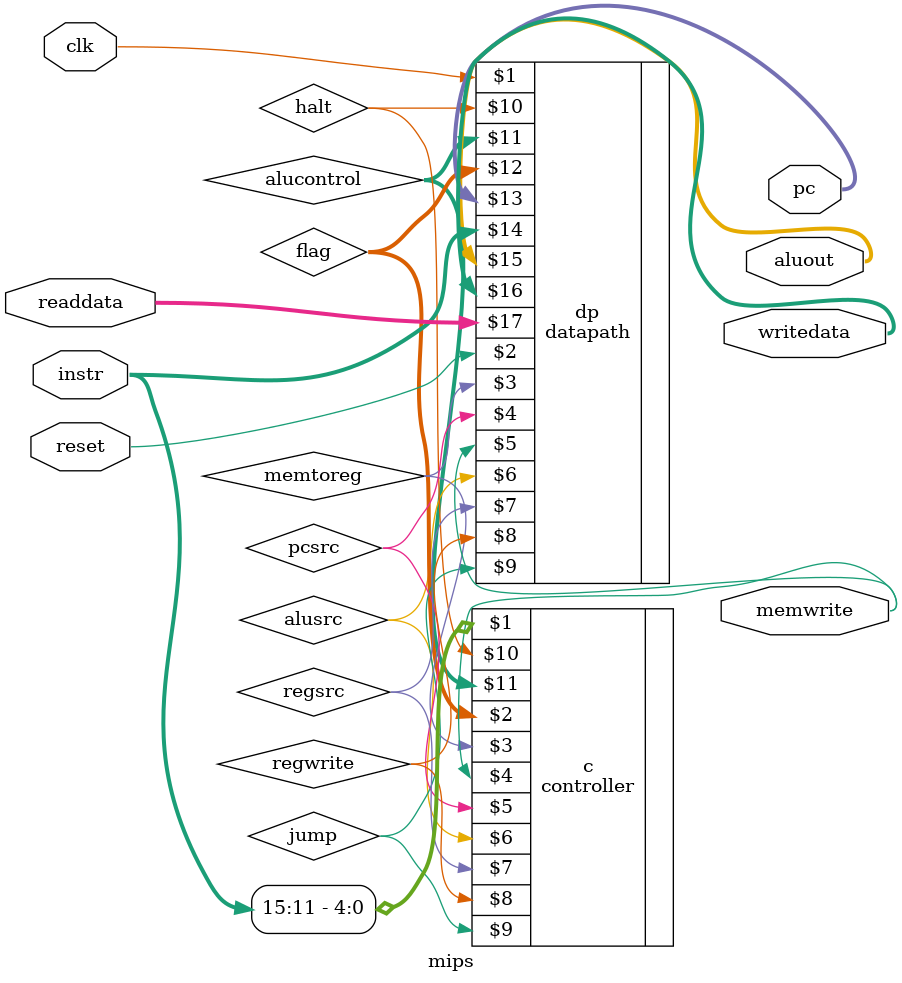
<source format=v>
`timescale 1ns / 1ps

module mips(
	input				clk, 		reset,
	output[7:0] 	pc,
	input [15:0] 	instr,
	output 			memwrite,
	output[15:0]	writedata,aluout,
	input [15:0] 	readdata
    );
	wire 			memtoreg, alusrc,	regsrc, regwrite, jump, halt, pcsrc;
	wire[2:0]	flag;
	wire[3:0]	alucontrol;
	
	controller c(instr[15:11], flag,
					 memtoreg, memwrite, pcsrc, 
					 alusrc,	regsrc,	regwrite,	jump,halt,
					 alucontrol);
	datapath dp(clk,	reset,	memtoreg,	pcsrc, memwrite,
					alusrc, regsrc, regwrite, jump,halt,
					alucontrol,
					flag, pc,	instr,
					aluout,	writedata,	readdata);
	
endmodule

</source>
